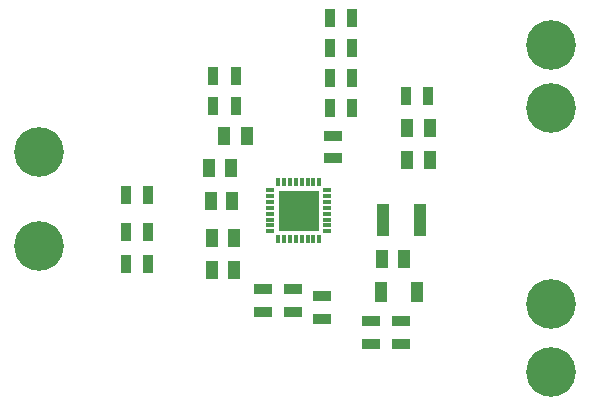
<source format=gbs>
G04*
G04 #@! TF.GenerationSoftware,Altium Limited,Altium Designer,20.0.13 (296)*
G04*
G04 Layer_Color=16711935*
%FSLAX44Y44*%
%MOMM*%
G71*
G01*
G75*
%ADD21R,1.1032X2.7032*%
%ADD24C,4.2032*%
%ADD45R,1.1032X1.5032*%
%ADD46R,1.1032X1.8032*%
%ADD47R,1.5032X0.9032*%
%ADD48R,0.9032X1.5032*%
%ADD49R,0.7016X0.3316*%
%ADD50R,0.3316X0.7016*%
%ADD51R,3.4016X3.4016*%
D21*
X321500Y242000D02*
D03*
X352500D02*
D03*
D24*
X464000Y171000D02*
D03*
X30000Y300000D02*
D03*
Y220000D02*
D03*
X464000Y113000D02*
D03*
Y390000D02*
D03*
Y337000D02*
D03*
D45*
X193500Y258000D02*
D03*
X176000D02*
D03*
X320500Y209000D02*
D03*
X339500D02*
D03*
X342000Y293000D02*
D03*
X361000D02*
D03*
Y320000D02*
D03*
X342000D02*
D03*
X186903Y313000D02*
D03*
X205903D02*
D03*
X195500Y200000D02*
D03*
X176500D02*
D03*
X176500Y227000D02*
D03*
X195500D02*
D03*
X192664Y286016D02*
D03*
X173664D02*
D03*
D46*
X319500Y181000D02*
D03*
X350500D02*
D03*
D47*
X311000Y156500D02*
D03*
Y137500D02*
D03*
X337000Y137500D02*
D03*
Y156500D02*
D03*
X220000Y183500D02*
D03*
Y164500D02*
D03*
X270000Y158500D02*
D03*
Y177500D02*
D03*
X279000Y313500D02*
D03*
Y294500D02*
D03*
X245000Y164500D02*
D03*
Y183500D02*
D03*
D48*
X103500Y205000D02*
D03*
X122500D02*
D03*
X122500Y232000D02*
D03*
X103500D02*
D03*
X103500Y263000D02*
D03*
X122500D02*
D03*
X359500Y347000D02*
D03*
X340500D02*
D03*
X177500Y364000D02*
D03*
X196500D02*
D03*
X177500Y339000D02*
D03*
X196500D02*
D03*
X295500Y362000D02*
D03*
X276500D02*
D03*
X295500Y388000D02*
D03*
X276500D02*
D03*
X276500Y413000D02*
D03*
X295500D02*
D03*
X295500Y337000D02*
D03*
X276500D02*
D03*
D49*
X274000Y267500D02*
D03*
Y262500D02*
D03*
Y257500D02*
D03*
Y252500D02*
D03*
Y247500D02*
D03*
Y242500D02*
D03*
Y237500D02*
D03*
Y232500D02*
D03*
X226000D02*
D03*
Y237500D02*
D03*
Y242500D02*
D03*
Y247500D02*
D03*
Y252500D02*
D03*
Y257500D02*
D03*
Y262500D02*
D03*
Y267500D02*
D03*
D50*
X267500Y226000D02*
D03*
X262500D02*
D03*
X257500D02*
D03*
X252500D02*
D03*
X247500D02*
D03*
X242500D02*
D03*
X237500D02*
D03*
X232500D02*
D03*
Y274000D02*
D03*
X237500D02*
D03*
X242500D02*
D03*
X247500D02*
D03*
X252500D02*
D03*
X257500D02*
D03*
X262500D02*
D03*
X267500D02*
D03*
D51*
X250000Y250000D02*
D03*
M02*

</source>
